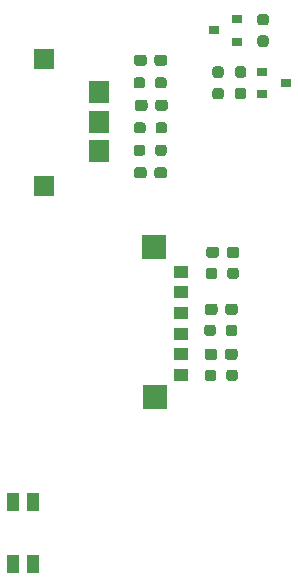
<source format=gbr>
%TF.GenerationSoftware,KiCad,Pcbnew,(5.1.9)-1*%
%TF.CreationDate,2022-07-01T06:07:01-07:00*%
%TF.ProjectId,GALIL,47414c49-4c2e-46b6-9963-61645f706362,rev?*%
%TF.SameCoordinates,Original*%
%TF.FileFunction,Paste,Bot*%
%TF.FilePolarity,Positive*%
%FSLAX46Y46*%
G04 Gerber Fmt 4.6, Leading zero omitted, Abs format (unit mm)*
G04 Created by KiCad (PCBNEW (5.1.9)-1) date 2022-07-01 06:07:01*
%MOMM*%
%LPD*%
G01*
G04 APERTURE LIST*
%ADD10R,2.000000X2.000000*%
%ADD11R,1.200000X1.000000*%
%ADD12R,1.000000X1.550000*%
%ADD13R,1.700000X1.700000*%
%ADD14R,1.800000X1.900000*%
%ADD15R,0.900000X0.800000*%
G04 APERTURE END LIST*
%TO.C,R10*%
G36*
G01*
X57387500Y-70695000D02*
X56912500Y-70695000D01*
G75*
G02*
X56675000Y-70457500I0J237500D01*
G01*
X56675000Y-69957500D01*
G75*
G02*
X56912500Y-69720000I237500J0D01*
G01*
X57387500Y-69720000D01*
G75*
G02*
X57625000Y-69957500I0J-237500D01*
G01*
X57625000Y-70457500D01*
G75*
G02*
X57387500Y-70695000I-237500J0D01*
G01*
G37*
G36*
G01*
X57387500Y-72520000D02*
X56912500Y-72520000D01*
G75*
G02*
X56675000Y-72282500I0J237500D01*
G01*
X56675000Y-71782500D01*
G75*
G02*
X56912500Y-71545000I237500J0D01*
G01*
X57387500Y-71545000D01*
G75*
G02*
X57625000Y-71782500I0J-237500D01*
G01*
X57625000Y-72282500D01*
G75*
G02*
X57387500Y-72520000I-237500J0D01*
G01*
G37*
%TD*%
%TO.C,R9*%
G36*
G01*
X59292500Y-70695000D02*
X58817500Y-70695000D01*
G75*
G02*
X58580000Y-70457500I0J237500D01*
G01*
X58580000Y-69957500D01*
G75*
G02*
X58817500Y-69720000I237500J0D01*
G01*
X59292500Y-69720000D01*
G75*
G02*
X59530000Y-69957500I0J-237500D01*
G01*
X59530000Y-70457500D01*
G75*
G02*
X59292500Y-70695000I-237500J0D01*
G01*
G37*
G36*
G01*
X59292500Y-72520000D02*
X58817500Y-72520000D01*
G75*
G02*
X58580000Y-72282500I0J237500D01*
G01*
X58580000Y-71782500D01*
G75*
G02*
X58817500Y-71545000I237500J0D01*
G01*
X59292500Y-71545000D01*
G75*
G02*
X59530000Y-71782500I0J-237500D01*
G01*
X59530000Y-72282500D01*
G75*
G02*
X59292500Y-72520000I-237500J0D01*
G01*
G37*
%TD*%
%TO.C,R6*%
G36*
G01*
X50972500Y-76597500D02*
X50972500Y-77072500D01*
G75*
G02*
X50735000Y-77310000I-237500J0D01*
G01*
X50235000Y-77310000D01*
G75*
G02*
X49997500Y-77072500I0J237500D01*
G01*
X49997500Y-76597500D01*
G75*
G02*
X50235000Y-76360000I237500J0D01*
G01*
X50735000Y-76360000D01*
G75*
G02*
X50972500Y-76597500I0J-237500D01*
G01*
G37*
G36*
G01*
X52797500Y-76597500D02*
X52797500Y-77072500D01*
G75*
G02*
X52560000Y-77310000I-237500J0D01*
G01*
X52060000Y-77310000D01*
G75*
G02*
X51822500Y-77072500I0J237500D01*
G01*
X51822500Y-76597500D01*
G75*
G02*
X52060000Y-76360000I237500J0D01*
G01*
X52560000Y-76360000D01*
G75*
G02*
X52797500Y-76597500I0J-237500D01*
G01*
G37*
%TD*%
%TO.C,R5*%
G36*
G01*
X51010000Y-74692500D02*
X51010000Y-75167500D01*
G75*
G02*
X50772500Y-75405000I-237500J0D01*
G01*
X50272500Y-75405000D01*
G75*
G02*
X50035000Y-75167500I0J237500D01*
G01*
X50035000Y-74692500D01*
G75*
G02*
X50272500Y-74455000I237500J0D01*
G01*
X50772500Y-74455000D01*
G75*
G02*
X51010000Y-74692500I0J-237500D01*
G01*
G37*
G36*
G01*
X52835000Y-74692500D02*
X52835000Y-75167500D01*
G75*
G02*
X52597500Y-75405000I-237500J0D01*
G01*
X52097500Y-75405000D01*
G75*
G02*
X51860000Y-75167500I0J237500D01*
G01*
X51860000Y-74692500D01*
G75*
G02*
X52097500Y-74455000I237500J0D01*
G01*
X52597500Y-74455000D01*
G75*
G02*
X52835000Y-74692500I0J-237500D01*
G01*
G37*
%TD*%
%TO.C,R4*%
G36*
G01*
X50972500Y-70882500D02*
X50972500Y-71357500D01*
G75*
G02*
X50735000Y-71595000I-237500J0D01*
G01*
X50235000Y-71595000D01*
G75*
G02*
X49997500Y-71357500I0J237500D01*
G01*
X49997500Y-70882500D01*
G75*
G02*
X50235000Y-70645000I237500J0D01*
G01*
X50735000Y-70645000D01*
G75*
G02*
X50972500Y-70882500I0J-237500D01*
G01*
G37*
G36*
G01*
X52797500Y-70882500D02*
X52797500Y-71357500D01*
G75*
G02*
X52560000Y-71595000I-237500J0D01*
G01*
X52060000Y-71595000D01*
G75*
G02*
X51822500Y-71357500I0J237500D01*
G01*
X51822500Y-70882500D01*
G75*
G02*
X52060000Y-70645000I237500J0D01*
G01*
X52560000Y-70645000D01*
G75*
G02*
X52797500Y-70882500I0J-237500D01*
G01*
G37*
%TD*%
%TO.C,R3*%
G36*
G01*
X61197500Y-66250000D02*
X60722500Y-66250000D01*
G75*
G02*
X60485000Y-66012500I0J237500D01*
G01*
X60485000Y-65512500D01*
G75*
G02*
X60722500Y-65275000I237500J0D01*
G01*
X61197500Y-65275000D01*
G75*
G02*
X61435000Y-65512500I0J-237500D01*
G01*
X61435000Y-66012500D01*
G75*
G02*
X61197500Y-66250000I-237500J0D01*
G01*
G37*
G36*
G01*
X61197500Y-68075000D02*
X60722500Y-68075000D01*
G75*
G02*
X60485000Y-67837500I0J237500D01*
G01*
X60485000Y-67337500D01*
G75*
G02*
X60722500Y-67100000I237500J0D01*
G01*
X61197500Y-67100000D01*
G75*
G02*
X61435000Y-67337500I0J-237500D01*
G01*
X61435000Y-67837500D01*
G75*
G02*
X61197500Y-68075000I-237500J0D01*
G01*
G37*
%TD*%
%TO.C,C3*%
G36*
G01*
X51110000Y-78502500D02*
X51110000Y-78977500D01*
G75*
G02*
X50872500Y-79215000I-237500J0D01*
G01*
X50272500Y-79215000D01*
G75*
G02*
X50035000Y-78977500I0J237500D01*
G01*
X50035000Y-78502500D01*
G75*
G02*
X50272500Y-78265000I237500J0D01*
G01*
X50872500Y-78265000D01*
G75*
G02*
X51110000Y-78502500I0J-237500D01*
G01*
G37*
G36*
G01*
X52835000Y-78502500D02*
X52835000Y-78977500D01*
G75*
G02*
X52597500Y-79215000I-237500J0D01*
G01*
X51997500Y-79215000D01*
G75*
G02*
X51760000Y-78977500I0J237500D01*
G01*
X51760000Y-78502500D01*
G75*
G02*
X51997500Y-78265000I237500J0D01*
G01*
X52597500Y-78265000D01*
G75*
G02*
X52835000Y-78502500I0J-237500D01*
G01*
G37*
%TD*%
%TO.C,C2*%
G36*
G01*
X51177500Y-72787500D02*
X51177500Y-73262500D01*
G75*
G02*
X50940000Y-73500000I-237500J0D01*
G01*
X50340000Y-73500000D01*
G75*
G02*
X50102500Y-73262500I0J237500D01*
G01*
X50102500Y-72787500D01*
G75*
G02*
X50340000Y-72550000I237500J0D01*
G01*
X50940000Y-72550000D01*
G75*
G02*
X51177500Y-72787500I0J-237500D01*
G01*
G37*
G36*
G01*
X52902500Y-72787500D02*
X52902500Y-73262500D01*
G75*
G02*
X52665000Y-73500000I-237500J0D01*
G01*
X52065000Y-73500000D01*
G75*
G02*
X51827500Y-73262500I0J237500D01*
G01*
X51827500Y-72787500D01*
G75*
G02*
X52065000Y-72550000I237500J0D01*
G01*
X52665000Y-72550000D01*
G75*
G02*
X52902500Y-72787500I0J-237500D01*
G01*
G37*
%TD*%
%TO.C,C1*%
G36*
G01*
X51110000Y-68977500D02*
X51110000Y-69452500D01*
G75*
G02*
X50872500Y-69690000I-237500J0D01*
G01*
X50272500Y-69690000D01*
G75*
G02*
X50035000Y-69452500I0J237500D01*
G01*
X50035000Y-68977500D01*
G75*
G02*
X50272500Y-68740000I237500J0D01*
G01*
X50872500Y-68740000D01*
G75*
G02*
X51110000Y-68977500I0J-237500D01*
G01*
G37*
G36*
G01*
X52835000Y-68977500D02*
X52835000Y-69452500D01*
G75*
G02*
X52597500Y-69690000I-237500J0D01*
G01*
X51997500Y-69690000D01*
G75*
G02*
X51760000Y-69452500I0J237500D01*
G01*
X51760000Y-68977500D01*
G75*
G02*
X51997500Y-68740000I237500J0D01*
G01*
X52597500Y-68740000D01*
G75*
G02*
X52835000Y-68977500I0J-237500D01*
G01*
G37*
%TD*%
D10*
%TO.C,SW3*%
X51725000Y-85000000D03*
X51775000Y-97750000D03*
D11*
X53975000Y-95850000D03*
X53975000Y-94100000D03*
X53975000Y-92350000D03*
X53975000Y-90600000D03*
X53975000Y-88850000D03*
X53975000Y-87100000D03*
%TD*%
D12*
%TO.C,SW2*%
X39790000Y-111845000D03*
X39790000Y-106595000D03*
X41490000Y-106595000D03*
X41490000Y-111845000D03*
%TD*%
D13*
%TO.C,SW1*%
X42385600Y-79829800D03*
D14*
X47110000Y-76908800D03*
X47110000Y-74445000D03*
X47110000Y-71905000D03*
D13*
X42411000Y-69060200D03*
%TD*%
%TO.C,R57*%
G36*
G01*
X57932500Y-87486500D02*
X57932500Y-87011500D01*
G75*
G02*
X58170000Y-86774000I237500J0D01*
G01*
X58670000Y-86774000D01*
G75*
G02*
X58907500Y-87011500I0J-237500D01*
G01*
X58907500Y-87486500D01*
G75*
G02*
X58670000Y-87724000I-237500J0D01*
G01*
X58170000Y-87724000D01*
G75*
G02*
X57932500Y-87486500I0J237500D01*
G01*
G37*
G36*
G01*
X56107500Y-87486500D02*
X56107500Y-87011500D01*
G75*
G02*
X56345000Y-86774000I237500J0D01*
G01*
X56845000Y-86774000D01*
G75*
G02*
X57082500Y-87011500I0J-237500D01*
G01*
X57082500Y-87486500D01*
G75*
G02*
X56845000Y-87724000I-237500J0D01*
G01*
X56345000Y-87724000D01*
G75*
G02*
X56107500Y-87486500I0J237500D01*
G01*
G37*
%TD*%
%TO.C,R56*%
G36*
G01*
X57805500Y-92312500D02*
X57805500Y-91837500D01*
G75*
G02*
X58043000Y-91600000I237500J0D01*
G01*
X58543000Y-91600000D01*
G75*
G02*
X58780500Y-91837500I0J-237500D01*
G01*
X58780500Y-92312500D01*
G75*
G02*
X58543000Y-92550000I-237500J0D01*
G01*
X58043000Y-92550000D01*
G75*
G02*
X57805500Y-92312500I0J237500D01*
G01*
G37*
G36*
G01*
X55980500Y-92312500D02*
X55980500Y-91837500D01*
G75*
G02*
X56218000Y-91600000I237500J0D01*
G01*
X56718000Y-91600000D01*
G75*
G02*
X56955500Y-91837500I0J-237500D01*
G01*
X56955500Y-92312500D01*
G75*
G02*
X56718000Y-92550000I-237500J0D01*
G01*
X56218000Y-92550000D01*
G75*
G02*
X55980500Y-92312500I0J237500D01*
G01*
G37*
%TD*%
%TO.C,R55*%
G36*
G01*
X57852500Y-96122500D02*
X57852500Y-95647500D01*
G75*
G02*
X58090000Y-95410000I237500J0D01*
G01*
X58590000Y-95410000D01*
G75*
G02*
X58827500Y-95647500I0J-237500D01*
G01*
X58827500Y-96122500D01*
G75*
G02*
X58590000Y-96360000I-237500J0D01*
G01*
X58090000Y-96360000D01*
G75*
G02*
X57852500Y-96122500I0J237500D01*
G01*
G37*
G36*
G01*
X56027500Y-96122500D02*
X56027500Y-95647500D01*
G75*
G02*
X56265000Y-95410000I237500J0D01*
G01*
X56765000Y-95410000D01*
G75*
G02*
X57002500Y-95647500I0J-237500D01*
G01*
X57002500Y-96122500D01*
G75*
G02*
X56765000Y-96360000I-237500J0D01*
G01*
X56265000Y-96360000D01*
G75*
G02*
X56027500Y-96122500I0J237500D01*
G01*
G37*
%TD*%
D15*
%TO.C,Q1*%
X62865000Y-71120000D03*
X60865000Y-70170000D03*
X60865000Y-72070000D03*
%TD*%
%TO.C,MOSFET1*%
X56785000Y-66675000D03*
X58785000Y-67625000D03*
X58785000Y-65725000D03*
%TD*%
%TO.C,C22*%
G36*
G01*
X57882500Y-85708500D02*
X57882500Y-85233500D01*
G75*
G02*
X58120000Y-84996000I237500J0D01*
G01*
X58720000Y-84996000D01*
G75*
G02*
X58957500Y-85233500I0J-237500D01*
G01*
X58957500Y-85708500D01*
G75*
G02*
X58720000Y-85946000I-237500J0D01*
G01*
X58120000Y-85946000D01*
G75*
G02*
X57882500Y-85708500I0J237500D01*
G01*
G37*
G36*
G01*
X56157500Y-85708500D02*
X56157500Y-85233500D01*
G75*
G02*
X56395000Y-84996000I237500J0D01*
G01*
X56995000Y-84996000D01*
G75*
G02*
X57232500Y-85233500I0J-237500D01*
G01*
X57232500Y-85708500D01*
G75*
G02*
X56995000Y-85946000I-237500J0D01*
G01*
X56395000Y-85946000D01*
G75*
G02*
X56157500Y-85708500I0J237500D01*
G01*
G37*
%TD*%
%TO.C,C21*%
G36*
G01*
X57755500Y-90534500D02*
X57755500Y-90059500D01*
G75*
G02*
X57993000Y-89822000I237500J0D01*
G01*
X58593000Y-89822000D01*
G75*
G02*
X58830500Y-90059500I0J-237500D01*
G01*
X58830500Y-90534500D01*
G75*
G02*
X58593000Y-90772000I-237500J0D01*
G01*
X57993000Y-90772000D01*
G75*
G02*
X57755500Y-90534500I0J237500D01*
G01*
G37*
G36*
G01*
X56030500Y-90534500D02*
X56030500Y-90059500D01*
G75*
G02*
X56268000Y-89822000I237500J0D01*
G01*
X56868000Y-89822000D01*
G75*
G02*
X57105500Y-90059500I0J-237500D01*
G01*
X57105500Y-90534500D01*
G75*
G02*
X56868000Y-90772000I-237500J0D01*
G01*
X56268000Y-90772000D01*
G75*
G02*
X56030500Y-90534500I0J237500D01*
G01*
G37*
%TD*%
%TO.C,C20*%
G36*
G01*
X57729000Y-94344500D02*
X57729000Y-93869500D01*
G75*
G02*
X57966500Y-93632000I237500J0D01*
G01*
X58566500Y-93632000D01*
G75*
G02*
X58804000Y-93869500I0J-237500D01*
G01*
X58804000Y-94344500D01*
G75*
G02*
X58566500Y-94582000I-237500J0D01*
G01*
X57966500Y-94582000D01*
G75*
G02*
X57729000Y-94344500I0J237500D01*
G01*
G37*
G36*
G01*
X56004000Y-94344500D02*
X56004000Y-93869500D01*
G75*
G02*
X56241500Y-93632000I237500J0D01*
G01*
X56841500Y-93632000D01*
G75*
G02*
X57079000Y-93869500I0J-237500D01*
G01*
X57079000Y-94344500D01*
G75*
G02*
X56841500Y-94582000I-237500J0D01*
G01*
X56241500Y-94582000D01*
G75*
G02*
X56004000Y-94344500I0J237500D01*
G01*
G37*
%TD*%
M02*

</source>
